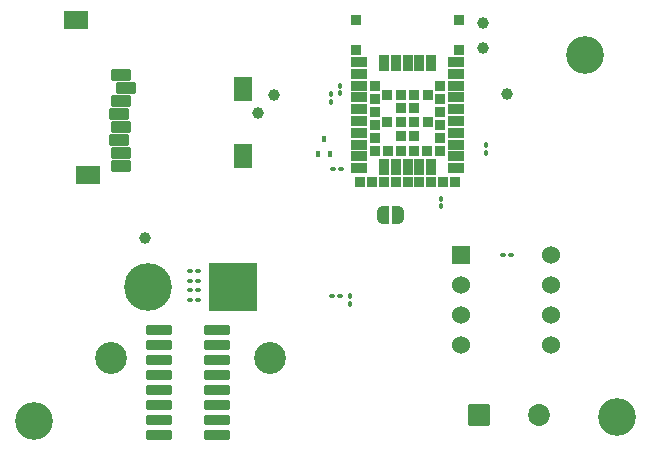
<source format=gbr>
%TF.GenerationSoftware,KiCad,Pcbnew,8.0.6*%
%TF.CreationDate,2025-09-09T16:11:23-07:00*%
%TF.ProjectId,Multimodal_Actuator_mk2,4d756c74-696d-46f6-9461-6c5f41637475,rev?*%
%TF.SameCoordinates,Original*%
%TF.FileFunction,Soldermask,Bot*%
%TF.FilePolarity,Negative*%
%FSLAX46Y46*%
G04 Gerber Fmt 4.6, Leading zero omitted, Abs format (unit mm)*
G04 Created by KiCad (PCBNEW 8.0.6) date 2025-09-09 16:11:23*
%MOMM*%
%LPD*%
G01*
G04 APERTURE LIST*
G04 Aperture macros list*
%AMRoundRect*
0 Rectangle with rounded corners*
0 $1 Rounding radius*
0 $2 $3 $4 $5 $6 $7 $8 $9 X,Y pos of 4 corners*
0 Add a 4 corners polygon primitive as box body*
4,1,4,$2,$3,$4,$5,$6,$7,$8,$9,$2,$3,0*
0 Add four circle primitives for the rounded corners*
1,1,$1+$1,$2,$3*
1,1,$1+$1,$4,$5*
1,1,$1+$1,$6,$7*
1,1,$1+$1,$8,$9*
0 Add four rect primitives between the rounded corners*
20,1,$1+$1,$2,$3,$4,$5,0*
20,1,$1+$1,$4,$5,$6,$7,0*
20,1,$1+$1,$6,$7,$8,$9,0*
20,1,$1+$1,$8,$9,$2,$3,0*%
%AMFreePoly0*
4,1,19,0.500000,-0.750000,0.000000,-0.750000,0.000000,-0.744911,-0.071157,-0.744911,-0.207708,-0.704816,-0.327430,-0.627875,-0.420627,-0.520320,-0.479746,-0.390866,-0.500000,-0.250000,-0.500000,0.250000,-0.479746,0.390866,-0.420627,0.520320,-0.327430,0.627875,-0.207708,0.704816,-0.071157,0.744911,0.000000,0.744911,0.000000,0.750000,0.500000,0.750000,0.500000,-0.750000,0.500000,-0.750000,
$1*%
%AMFreePoly1*
4,1,19,0.000000,0.744911,0.071157,0.744911,0.207708,0.704816,0.327430,0.627875,0.420627,0.520320,0.479746,0.390866,0.500000,0.250000,0.500000,-0.250000,0.479746,-0.390866,0.420627,-0.520320,0.327430,-0.627875,0.207708,-0.704816,0.071157,-0.744911,0.000000,-0.744911,0.000000,-0.750000,-0.500000,-0.750000,-0.500000,0.750000,0.000000,0.750000,0.000000,0.744911,0.000000,0.744911,
$1*%
G04 Aperture macros list end*
%ADD10R,1.524000X1.524000*%
%ADD11C,1.524000*%
%ADD12RoundRect,0.102000X-0.825000X-0.825000X0.825000X-0.825000X0.825000X0.825000X-0.825000X0.825000X0*%
%ADD13C,1.854000*%
%ADD14C,1.000000*%
%ADD15C,3.200000*%
%ADD16R,4.050000X4.050000*%
%ADD17C,4.050000*%
%ADD18C,2.700000*%
%ADD19RoundRect,0.100000X0.130000X0.100000X-0.130000X0.100000X-0.130000X-0.100000X0.130000X-0.100000X0*%
%ADD20RoundRect,0.102000X-0.750000X0.400000X-0.750000X-0.400000X0.750000X-0.400000X0.750000X0.400000X0*%
%ADD21RoundRect,0.102000X-0.950000X0.700000X-0.950000X-0.700000X0.950000X-0.700000X0.950000X0.700000X0*%
%ADD22RoundRect,0.102000X-0.700000X0.900000X-0.700000X-0.900000X0.700000X-0.900000X0.700000X0.900000X0*%
%ADD23R,0.406400X0.508000*%
%ADD24RoundRect,0.100000X0.100000X-0.130000X0.100000X0.130000X-0.100000X0.130000X-0.100000X-0.130000X0*%
%ADD25FreePoly0,0.000000*%
%ADD26FreePoly1,0.000000*%
%ADD27RoundRect,0.100000X-0.130000X-0.100000X0.130000X-0.100000X0.130000X0.100000X-0.130000X0.100000X0*%
%ADD28RoundRect,0.100000X-0.100000X0.130000X-0.100000X-0.130000X0.100000X-0.130000X0.100000X0.130000X0*%
%ADD29RoundRect,0.102000X-0.575000X-0.350000X0.575000X-0.350000X0.575000X0.350000X-0.575000X0.350000X0*%
%ADD30RoundRect,0.102000X-0.350000X-0.575000X0.350000X-0.575000X0.350000X0.575000X-0.350000X0.575000X0*%
%ADD31RoundRect,0.102000X-0.350000X-0.350000X0.350000X-0.350000X0.350000X0.350000X-0.350000X0.350000X0*%
%ADD32RoundRect,0.100500X0.986500X0.301500X-0.986500X0.301500X-0.986500X-0.301500X0.986500X-0.301500X0*%
G04 APERTURE END LIST*
D10*
%TO.C,U1005*%
X153780000Y-106380000D03*
D11*
X153780000Y-108920000D03*
X153780000Y-111460000D03*
X153780000Y-114000000D03*
X161400000Y-114000000D03*
X161400000Y-111460000D03*
X161400000Y-108920000D03*
X161400000Y-106380000D03*
%TD*%
D12*
%TO.C,P1001*%
X155360000Y-120000000D03*
D13*
X160440000Y-120000000D03*
%TD*%
D14*
%TO.C,TP2003*%
X155700000Y-88900000D03*
%TD*%
D15*
%TO.C,H1003*%
X117700000Y-120500000D03*
%TD*%
D14*
%TO.C,TPGND2001*%
X127100000Y-105000000D03*
%TD*%
D15*
%TO.C,H1002*%
X167000000Y-120100000D03*
%TD*%
D14*
%TO.C,TP2004*%
X155700000Y-86800000D03*
%TD*%
%TO.C,TP2001*%
X136600000Y-94400000D03*
%TD*%
%TO.C,TP2005*%
X157700000Y-92800000D03*
%TD*%
%TO.C,TP2002*%
X138000000Y-92900000D03*
%TD*%
D16*
%TO.C,J1003*%
X134500000Y-109137500D03*
D17*
X127300000Y-109137500D03*
D18*
X137650000Y-115137500D03*
X124150000Y-115137500D03*
%TD*%
D15*
%TO.C,H1001*%
X164300000Y-89500000D03*
%TD*%
D19*
%TO.C,C2023*%
X131540000Y-107800000D03*
X130900000Y-107800000D03*
%TD*%
%TO.C,C2024*%
X131540000Y-110200000D03*
X130900000Y-110200000D03*
%TD*%
%TO.C,C2004*%
X131540000Y-108600000D03*
X130900000Y-108600000D03*
%TD*%
D20*
%TO.C,J6001*%
X125050000Y-91160000D03*
X125450000Y-92260000D03*
X125050000Y-93360000D03*
X124850000Y-94460000D03*
X125050000Y-95560000D03*
X124850000Y-96660000D03*
X125050000Y-97760000D03*
X125050000Y-98860000D03*
D21*
X121200000Y-86500000D03*
X122200000Y-99650000D03*
D22*
X135350000Y-92350000D03*
X135350000Y-98050000D03*
%TD*%
D19*
%TO.C,R3001*%
X143540000Y-109900000D03*
X142900000Y-109900000D03*
%TD*%
D23*
%TO.C,U2004*%
X142699999Y-97899998D03*
X141700001Y-97899998D03*
X142200000Y-96600000D03*
%TD*%
D19*
%TO.C,C4003*%
X131540000Y-109400000D03*
X130900000Y-109400000D03*
%TD*%
D24*
%TO.C,C5001*%
X144400000Y-110540000D03*
X144400000Y-109900000D03*
%TD*%
D25*
%TO.C,JP2002*%
X147200000Y-103000000D03*
D26*
X148500000Y-103000000D03*
%TD*%
D27*
%TO.C,R1003*%
X157370000Y-106390000D03*
X158010000Y-106390000D03*
%TD*%
D24*
%TO.C,C2005*%
X152100000Y-102290000D03*
X152100000Y-101650000D03*
%TD*%
D28*
%TO.C,R2014*%
X142800000Y-92790000D03*
X142800000Y-93430000D03*
%TD*%
D29*
%TO.C,U2001*%
X145175000Y-99075000D03*
X145175000Y-98075000D03*
X145175000Y-97075000D03*
X145175000Y-96075000D03*
X145175000Y-95075000D03*
X145175000Y-94075000D03*
X145175000Y-93075000D03*
X145175000Y-92075000D03*
X145175000Y-91075000D03*
X145175000Y-90075000D03*
D30*
X147300000Y-90150000D03*
X148300000Y-90150000D03*
X149300000Y-90150000D03*
X150300000Y-90150000D03*
X151300000Y-90150000D03*
D29*
X153425000Y-90075000D03*
X153425000Y-91075000D03*
X153425000Y-92075000D03*
X153425000Y-93075000D03*
X153425000Y-94075000D03*
X153425000Y-95075000D03*
X153425000Y-96075000D03*
X153425000Y-97075000D03*
X153425000Y-98075000D03*
X153425000Y-99075000D03*
D30*
X151300000Y-99000000D03*
X150300000Y-99000000D03*
X149300000Y-99000000D03*
X148300000Y-99000000D03*
X147300000Y-99000000D03*
D31*
X146550000Y-97625000D03*
X146550000Y-96525000D03*
X146550000Y-95425000D03*
X146550000Y-94325000D03*
X146550000Y-93225000D03*
X146550000Y-92125000D03*
X152050000Y-92125000D03*
X152050000Y-93225000D03*
X152050000Y-94325000D03*
X152050000Y-95425000D03*
X152050000Y-96525000D03*
X152050000Y-97625000D03*
X150950000Y-97625000D03*
X149850000Y-97625000D03*
X148750000Y-97625000D03*
X147650000Y-97625000D03*
X153300000Y-100225000D03*
X152300000Y-100225000D03*
X151300000Y-100225000D03*
X150300000Y-100225000D03*
X149300000Y-100225000D03*
X148300000Y-100225000D03*
X147300000Y-100225000D03*
X146300000Y-100225000D03*
X145300000Y-100225000D03*
X144950000Y-89075000D03*
X153650000Y-89075000D03*
X144950000Y-86525000D03*
X153650000Y-86525000D03*
X148725000Y-96300000D03*
X149875000Y-96300000D03*
X147575000Y-95150000D03*
X148725000Y-95150000D03*
X149875000Y-95150000D03*
X151025000Y-95150000D03*
X148725000Y-94000000D03*
X149875000Y-94000000D03*
X147575000Y-92850000D03*
X148725000Y-92850000D03*
X149875000Y-92850000D03*
X151025000Y-92850000D03*
%TD*%
D28*
%TO.C,R2013*%
X143600000Y-92100000D03*
X143600000Y-92740000D03*
%TD*%
D19*
%TO.C,R2009*%
X143640000Y-99100000D03*
X143000000Y-99100000D03*
%TD*%
D32*
%TO.C,U6001*%
X133175000Y-112755000D03*
X133175000Y-114025000D03*
X133175000Y-115295000D03*
X133175000Y-116565000D03*
X133175000Y-117835000D03*
X133175000Y-119105000D03*
X133175000Y-120375000D03*
X133175000Y-121645000D03*
X128225000Y-121645000D03*
X128225000Y-120375000D03*
X128225000Y-119105000D03*
X128225000Y-117835000D03*
X128225000Y-116565000D03*
X128225000Y-115295000D03*
X128225000Y-114025000D03*
X128225000Y-112755000D03*
%TD*%
D24*
%TO.C,R3004*%
X155900000Y-97765000D03*
X155900000Y-97125000D03*
%TD*%
M02*

</source>
